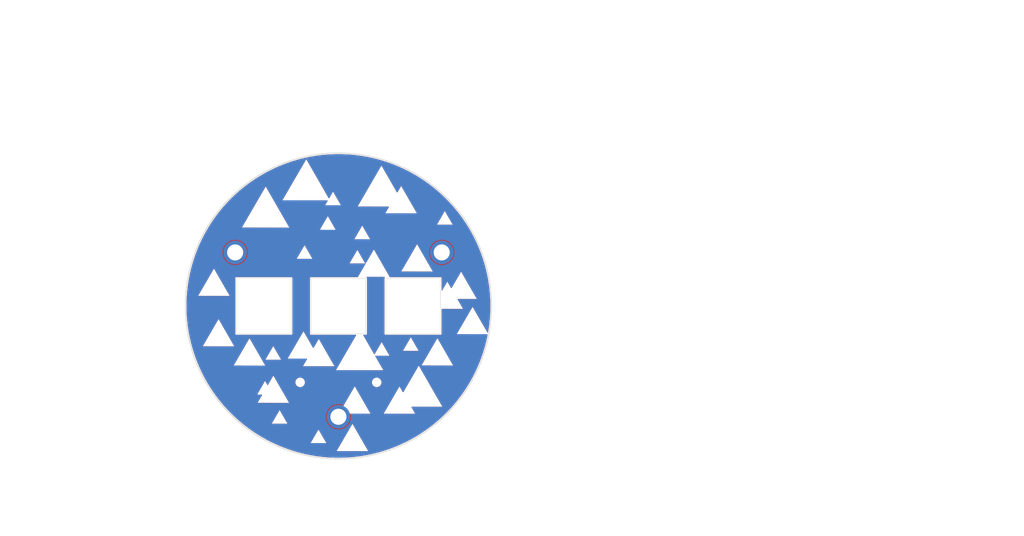
<source format=kicad_pcb>
(kicad_pcb (version 20221018) (generator pcbnew)
  (title_block (title "RP2040 Minimal Design Example") (date "2020-07-13") (rev "REV1") (company "Raspberry Pi (Trading) Ltd"))
  (layers (0 "F.Cu" signal) (31 "B.Cu" signal) (34 "B.Paste" user) (35 "F.Paste" user) (36 "B.SilkS" user "B.Silkscreen") (37 "F.SilkS" user "F.Silkscreen") (38 "B.Mask" user) (39 "F.Mask" user) (44 "Edge.Cuts" user))
  (net 0 "")
  (net 1 "GND")
  (footprint "Button_Switch_Keyboard:SW_Lekker_1.00u_Plate" (layer "F.Cu") (at 80.5 100)
    (fp_text reference "REF**" hide)
    (fp_text value "SW_Lekker_1.00u_Plate")
    (fp_rect (start -7.175 -7.25) (end 7.175 7.25) (stroke (width 0.12)) (fill none) (layer "Edge.Cuts"))
  )
  (footprint "Button_Switch_Keyboard:SW_Lekker_1.00u_Plate" (layer "F.Cu") (at 100 100)
    (fp_text reference "REF**" hide)
    (fp_text value "SW_Lekker_1.00u_Plate")
    (fp_rect (start -7.175 -7.25) (end 7.175 7.25) (stroke (width 0.12)) (fill none) (layer "Edge.Cuts"))
  )
  (footprint "MountingHole:pts647_tactile_switch_hole" (layer "F.Cu") (at 90 120)
    (fp_text reference "REF**" hide)
    (fp_text value "pts647_tactile_switch_hole" hide)
    (pad "" np_thru_hole circle (at 0 0) (size 2.3 2.3) (drill 2.3) (layers "F&B.Cu" "*.Mask"))
  )
  (footprint "Button_Switch_Keyboard:SW_Lekker_1.00u_Plate" (layer "F.Cu") (at 119.5 100)
    (fp_text reference "REF**" hide)
    (fp_text value "SW_Lekker_1.00u_Plate")
    (fp_rect (start -7.175 -7.25) (end 7.175 7.25) (stroke (width 0.12)) (fill none) (layer "Edge.Cuts"))
  )
  (footprint "MountingHole:pts647_tactile_switch_hole" (layer "F.Cu") (at 110 120)
    (fp_text reference "REF**" hide)
    (fp_text value "pts647_tactile_switch_hole" hide)
    (pad "" np_thru_hole circle (at 0 0) (size 2.3 2.3) (drill 2.3) (layers "F&B.Cu" "*.Mask"))
  )
  (footprint "MountingHole:M3_Threaded_Insert" (layer "B.Cu") (at 100 129 180)
    (fp_text reference "H3" (at 0 0.5 unlocked) (layer "B.SilkS") (effects (justify mirror)))
    (fp_text value "M3_Threaded_Insert")
    (pad "" np_thru_hole circle (at 0 0 180) (size 4.2 4.2) (drill 4.2) (layers "F&B.Cu" "*.Mask"))
    (pad "1" smd circle (at 0 0 180) (size 6.2 6.2) (layers "B.Cu" "B.Mask"))
  )
  (footprint "MountingHole:M3_Threaded_Insert" (layer "B.Cu") (at 127 86 180)
    (fp_text reference "H2" (at 0 0.5 unlocked) (layer "B.SilkS") (effects (justify mirror)))
    (fp_text value "M3_Threaded_Insert")
    (pad "" np_thru_hole circle (at 0 0 180) (size 4.2 4.2) (drill 4.2) (layers "F&B.Cu" "*.Mask"))
    (pad "1" smd circle (at 0 0 180) (size 6.2 6.2) (layers "B.Cu" "B.Mask"))
  )
  (footprint "MountingHole:M3_Threaded_Insert" (layer "B.Cu") (at 73 86 180)
    (fp_text reference "H1" (at 0 0.5 unlocked) (layer "B.SilkS") (effects (justify mirror)))
    (fp_text value "M3_Threaded_Insert")
    (pad "" np_thru_hole circle (at 0 0 180) (size 4.2 4.2) (drill 4.2) (layers "F&B.Cu" "*.Mask"))
    (pad "1" smd circle (at 0 0 180) (size 6.2 6.2) (layers "B.Cu" "B.Mask"))
  )
  (gr_circle (center 100 100) (end 140 100) (stroke (width 0.2)) (fill none) (layer "Edge.Cuts"))
  (zone (net 0) (net_name "") (layers "F&B.Cu") (connect_pads (clearance 0)) (min_thickness 0.25)
    (keepout (tracks not_allowed) (vias not_allowed) (pads not_allowed) (copperpour not_allowed) (footprints allowed))
    (fill (thermal_gap 0.5) (thermal_bridge_width 0.5))
    (polygon (pts (xy 127.810841 75.153867) (xy 125.73 78.74) (xy 129.876103 78.748995)))
  )
  (zone (net 0) (net_name "") (layers "F&B.Cu") (connect_pads (clearance 0)) (min_thickness 0.25)
    (keepout (tracks not_allowed) (vias not_allowed) (pads not_allowed) (copperpour not_allowed) (footprints allowed))
    (fill (thermal_gap 0.5) (thermal_bridge_width 0.5))
    (polygon (pts (xy 22.495944 41.412769) (xy 26.657626 34.240505) (xy 30.78815 41.430759)))
  )
  (zone (net 0) (net_name "") (layers "F&B.Cu") (connect_pads (clearance 0)) (min_thickness 0.25)
    (keepout (tracks not_allowed) (vias not_allowed) (pads not_allowed) (copperpour not_allowed) (footprints allowed))
    (fill (thermal_gap 0.5) (thermal_bridge_width 0.5))
    (polygon (pts (xy 80.820841 119.603867) (xy 78.74 123.19) (xy 82.886103 123.198995)))
  )
  (zone (net 0) (net_name "") (layers "F&B.Cu") (connect_pads (clearance 0)) (min_thickness 0.25)
    (keepout (tracks not_allowed) (vias not_allowed) (pads not_allowed) (copperpour not_allowed) (footprints allowed))
    (fill (thermal_gap 0.5) (thermal_bridge_width 0.5))
    (polygon (pts (xy 84.630841 127.223867) (xy 82.55 130.81) (xy 86.696103 130.818995)))
  )
  (zone (net 0) (net_name "") (layers "F&B.Cu") (connect_pads (clearance 0)) (min_thickness 0.25)
    (keepout (tracks not_allowed) (vias not_allowed) (pads not_allowed) (copperpour not_allowed) (footprints allowed))
    (fill (thermal_gap 0.5) (thermal_bridge_width 0.5))
    (polygon (pts (xy 97.224222 76.485116) (xy 95.143381 80.071249) (xy 99.289484 80.080244)))
  )
  (zone (net 0) (net_name "") (layers "F&B.Cu") (connect_pads (clearance 0)) (min_thickness 0.25)
    (keepout (tracks not_allowed) (vias not_allowed) (pads not_allowed) (copperpour not_allowed) (footprints allowed))
    (fill (thermal_gap 0.5) (thermal_bridge_width 0.5))
    (polygon (pts (xy 64.695944 42.212769) (xy 68.857626 35.040505) (xy 72.98815 42.230759)))
  )
  (zone (net 0) (net_name "") (layers "F&B.Cu") (connect_pads (clearance 0)) (min_thickness 0.25)
    (keepout (tracks not_allowed) (vias not_allowed) (pads not_allowed) (copperpour not_allowed) (footprints allowed))
    (fill (thermal_gap 0.5) (thermal_bridge_width 0.5))
    (polygon (pts (xy 198.594738 52.284872) (xy 196.513897 55.871005) (xy 200.66 55.88)))
  )
  (zone (net 0) (net_name "") (layers "F&B.Cu") (connect_pads (clearance 0)) (min_thickness 0.25)
    (keepout (tracks not_allowed) (vias not_allowed) (pads not_allowed) (copperpour not_allowed) (footprints allowed))
    (fill (thermal_gap 0.5) (thermal_bridge_width 0.5))
    (polygon (pts (xy 118.920841 108.173867) (xy 116.84 111.76) (xy 120.986103 111.768995)))
  )
  (zone (net 0) (net_name "") (layers "F&B.Cu") (connect_pads (clearance 0)) (min_thickness 0.25)
    (keepout (tracks not_allowed) (vias not_allowed) (pads not_allowed) (copperpour not_allowed) (footprints allowed))
    (fill (thermal_gap 0.5) (thermal_bridge_width 0.5))
    (polygon (pts (xy 44.015589 42.16402) (xy 52.338953 27.819492) (xy 60.6 42.2)))
  )
  (zone (net 0) (net_name "") (layers "F&B.Cu") (connect_pads (clearance 0)) (min_thickness 0.25)
    (keepout (tracks not_allowed) (vias not_allowed) (pads not_allowed) (copperpour not_allowed) (footprints allowed))
    (fill (thermal_gap 0.5) (thermal_bridge_width 0.5))
    (polygon (pts (xy 99.321691 116.813015) (xy 105.564214 106.054618) (xy 111.76 116.84)))
  )
  (zone (net 0) (net_name "") (layers "F&B.Cu") (connect_pads (clearance 0)) (min_thickness 0.25)
    (keepout (tracks not_allowed) (vias not_allowed) (pads not_allowed) (copperpour not_allowed) (footprints allowed))
    (fill (thermal_gap 0.5) (thermal_bridge_width 0.5))
    (polygon (pts (xy 21.372114 56.890007) (xy 27.614637 46.13161) (xy 33.810423 56.916992)))
  )
  (zone (net 0) (net_name "") (layers "F&B.Cu") (connect_pads (clearance 0)) (min_thickness 0.25)
    (keepout (tracks not_allowed) (vias not_allowed) (pads not_allowed) (copperpour not_allowed) (footprints allowed))
    (fill (thermal_gap 0.5) (thermal_bridge_width 0.5))
    (polygon (pts (xy 12.695944 57.012769) (xy 16.857626 49.840505) (xy 20.98815 57.030759)))
  )
  (zone (net 0) (net_name "") (layers "F&B.Cu") (connect_pads (clearance 0)) (min_thickness 0.25)
    (keepout (tracks not_allowed) (vias not_allowed) (pads not_allowed) (copperpour not_allowed) (footprints allowed))
    (fill (thermal_gap 0.5) (thermal_bridge_width 0.5))
    (polygon (pts (xy 86.707794 113.78201) (xy 90.869476 106.609746) (xy 95 113.8)))
  )
  (zone (net 0) (net_name "") (layers "F&B.Cu") (connect_pads (clearance 0)) (min_thickness 0.25)
    (keepout (tracks not_allowed) (vias not_allowed) (pads not_allowed) (copperpour not_allowed) (footprints allowed))
    (fill (thermal_gap 0.5) (thermal_bridge_width 0.5))
    (polygon (pts (xy 106.220841 78.963867) (xy 104.14 82.55) (xy 108.286103 82.558995)))
  )
  (zone (net 0) (net_name "") (layers "F&B.Cu") (connect_pads (clearance 0)) (min_thickness 0.25)
    (keepout (tracks not_allowed) (vias not_allowed) (pads not_allowed) (copperpour not_allowed) (footprints allowed))
    (fill (thermal_gap 0.5) (thermal_bridge_width 0.5))
    (polygon (pts (xy 94.790841 132.303867) (xy 92.71 135.89) (xy 96.856103 135.898995)))
  )
  (zone (net 0) (net_name "") (layers "F&B.Cu") (connect_pads (clearance 0)) (min_thickness 0.25)
    (keepout (tracks not_allowed) (vias not_allowed) (pads not_allowed) (copperpour not_allowed) (footprints allowed))
    (fill (thermal_gap 0.5) (thermal_bridge_width 0.5))
    (polygon (pts (xy 104.950841 85.313867) (xy 102.87 88.9) (xy 107.016103 88.908995)))
  )
  (zone (net 0) (net_name "") (layers "F&B.Cu") (connect_pads (clearance 0)) (min_thickness 0.25)
    (keepout (tracks not_allowed) (vias not_allowed) (pads not_allowed) (copperpour not_allowed) (footprints allowed))
    (fill (thermal_gap 0.5) (thermal_bridge_width 0.5))
    (polygon (pts (xy 34.215589 57.76402) (xy 42.538953 43.419492) (xy 50.8 57.8)))
  )
  (zone (net 0) (net_name "") (layers "F&B.Cu") (connect_pads (clearance 0)) (min_thickness 0.25)
    (keepout (tracks not_allowed) (vias not_allowed) (pads not_allowed) (copperpour not_allowed) (footprints allowed))
    (fill (thermal_gap 0.5) (thermal_bridge_width 0.5))
    (polygon (pts (xy 98.600841 70.073867) (xy 96.52 73.66) (xy 100.666103 73.668995)))
  )
  (zone (net 0) (net_name "") (layers "F&B.Cu") (connect_pads (clearance 0)) (min_thickness 0.25)
    (keepout (tracks not_allowed) (vias not_allowed) (pads not_allowed) (copperpour not_allowed) (footprints allowed))
    (fill (thermal_gap 0.5) (thermal_bridge_width 0.5))
    (polygon (pts (xy 92.250841 66.263867) (xy 90.17 69.85) (xy 94.316103 69.858995)))
  )
  (zone (net 0) (net_name "") (layers "F&B.Cu") (connect_pads (clearance 0)) (min_thickness 0.25)
    (keepout (tracks not_allowed) (vias not_allowed) (pads not_allowed) (copperpour not_allowed) (footprints allowed))
    (fill (thermal_gap 0.5) (thermal_bridge_width 0.5))
    (polygon (pts (xy 31.172114 41.290007) (xy 37.414637 30.53161) (xy 43.610423 41.316992)))
  )
  (zone (net 0) (net_name "") (layers "F&B.Cu") (connect_pads (clearance 0)) (min_thickness 0.25)
    (keepout (tracks not_allowed) (vias not_allowed) (pads not_allowed) (copperpour not_allowed) (footprints allowed))
    (fill (thermal_gap 0.5) (thermal_bridge_width 0.5))
    (polygon (pts (xy 111.300841 109.443867) (xy 109.22 113.03) (xy 113.366103 113.038995)))
  )
  (zone (net 0) (net_name "") (layers "F&B.Cu") (connect_pads (clearance 0)) (min_thickness 0.25)
    (keepout (tracks not_allowed) (vias not_allowed) (pads not_allowed) (copperpour not_allowed) (footprints allowed))
    (fill (thermal_gap 0.5) (thermal_bridge_width 0.5))
    (polygon (pts (xy 91.150841 84.083867) (xy 89.07 87.67) (xy 93.216103 87.678995)))
  )
  (zone (net 0) (net_name "") (layers "F&B.Cu") (connect_pads (clearance 0)) (min_thickness 0.25)
    (keepout (tracks not_allowed) (vias not_allowed) (pads not_allowed) (copperpour not_allowed) (footprints allowed))
    (fill (thermal_gap 0.5) (thermal_bridge_width 0.5))
    (polygon (pts (xy 203.674738 52.284872) (xy 201.593897 55.871005) (xy 205.74 55.88)))
  )
  (zone (net 0) (net_name "") (layers "F&B.Cu") (connect_pads (clearance 0)) (min_thickness 0.25)
    (keepout (tracks not_allowed) (vias not_allowed) (pads not_allowed) (copperpour not_allowed) (footprints allowed))
    (fill (thermal_gap 0.5) (thermal_bridge_width 0.5))
    (polygon (pts (xy 86.215589 42.96402) (xy 94.538953 28.619492) (xy 102.8 43)))
  )
  (zone (net 0) (net_name "") (layers "F&B.Cu") (connect_pads (clearance 0)) (min_thickness 0.25)
    (keepout (tracks not_allowed) (vias not_allowed) (pads not_allowed) (copperpour not_allowed) (footprints allowed))
    (fill (thermal_gap 0.5) (thermal_bridge_width 0.5))
    (polygon (pts (xy 85.351691 72.363015) (xy 91.594214 61.604618) (xy 97.79 72.39)))
  )
  (zone (net 0) (net_name "") (layers "F&B.Cu") (connect_pads (clearance 0)) (min_thickness 0.25)
    (keepout (tracks not_allowed) (vias not_allowed) (pads not_allowed) (copperpour not_allowed) (footprints allowed))
    (fill (thermal_gap 0.5) (thermal_bridge_width 0.5))
    (polygon (pts (xy 82.973047 110.49) (xy 80.892206 114.076133) (xy 85.038309 114.085128)))
  )
  (zone (net 0) (net_name "") (layers "F&B.Cu") (connect_pads (clearance 0)) (min_thickness 0.25)
    (keepout (tracks not_allowed) (vias not_allowed) (pads not_allowed) (copperpour not_allowed) (footprints allowed))
    (fill (thermal_gap 0.5) (thermal_bridge_width 0.5))
    (polygon (pts (xy 112.314488 43.849502) (xy 118.557011 33.091105) (xy 124.752797 43.876487)))
  )
  (zone (net 0) (net_name "") (layers "F&B.Cu") (connect_pads (clearance 0)) (min_thickness 0.25)
    (keepout (tracks not_allowed) (vias not_allowed) (pads not_allowed) (copperpour not_allowed) (footprints allowed))
    (fill (thermal_gap 0.5) (thermal_bridge_width 0.5))
    (polygon (pts (xy 124.307794 100.78201) (xy 128.469476 93.609746) (xy 132.6 100.8)))
  )
  (zone (net 1) (net_name "GND") (layers "F&B.Cu") (priority 1) (connect_pads (clearance 0.2)) (min_thickness 0.2) (fill yes (thermal_gap 0.3) (thermal_bridge_width 0.3))
    (polygon (pts (xy 144.67 145.16) (xy 57.89 144.39) (xy 56.8 56.69) (xy 143.92 57.05)))
  )
  (zone (net 0) (net_name "") (layers "F&B.Cu") (connect_pads (clearance 0)) (min_thickness 0.25)
    (keepout (tracks not_allowed) (vias not_allowed) (pads not_allowed) (copperpour not_allowed) (footprints allowed))
    (fill (thermal_gap 0.5) (thermal_bridge_width 0.5))
    (polygon (pts (xy 105.884738 110.704872) (xy 103.803897 114.291005) (xy 107.95 114.3)))
  )
  (zone (net 0) (net_name "") (layers "F&B.Cu") (connect_pads (clearance 0)) (min_thickness 0.25)
    (keepout (tracks not_allowed) (vias not_allowed) (pads not_allowed) (copperpour not_allowed) (footprints allowed))
    (fill (thermal_gap 0.5) (thermal_bridge_width 0.5))
    (polygon (pts (xy 112.238318 75.772264) (xy 116.4 68.6) (xy 120.530524 75.790254)))
  )
  (zone (net 0) (net_name "") (layers "F&B.Cu") (connect_pads (clearance 0)) (min_thickness 0.25)
    (keepout (tracks not_allowed) (vias not_allowed) (pads not_allowed) (copperpour not_allowed) (footprints allowed))
    (fill (thermal_gap 0.5) (thermal_bridge_width 0.5))
    (polygon (pts (xy 114.757477 126.358397) (xy 121 115.6) (xy 127.195786 126.385382)))
  )
  (zone (net 0) (net_name "") (layers "F&B.Cu") (connect_pads (clearance 0)) (min_thickness 0.25)
    (keepout (tracks not_allowed) (vias not_allowed) (pads not_allowed) (copperpour not_allowed) (footprints allowed))
    (fill (thermal_gap 0.5) (thermal_bridge_width 0.5))
    (polygon (pts (xy 193.514738 44.664872) (xy 191.433897 48.251005) (xy 195.58 48.26)))
  )
  (zone (net 0) (net_name "") (layers "F&B.Cu") (connect_pads (clearance 0)) (min_thickness 0.25)
    (keepout (tracks not_allowed) (vias not_allowed) (pads not_allowed) (copperpour not_allowed) (footprints allowed))
    (fill (thermal_gap 0.5) (thermal_bridge_width 0.5))
    (polygon (pts (xy 190.974738 48.474872) (xy 188.893897 52.061005) (xy 193.04 52.07)))
  )
  (zone (net 0) (net_name "") (layers "F&B.Cu") (connect_pads (clearance 0)) (min_thickness 0.25)
    (keepout (tracks not_allowed) (vias not_allowed) (pads not_allowed) (copperpour not_allowed) (footprints allowed))
    (fill (thermal_gap 0.5) (thermal_bridge_width 0.5))
    (polygon (pts (xy 198.594738 47.204872) (xy 196.513897 50.791005) (xy 200.66 50.8)))
  )
  (zone (net 0) (net_name "") (layers "F&B.Cu" "F.Mask") (connect_pads (clearance 0)) (min_thickness 0.25)
    (keepout (tracks not_allowed) (vias not_allowed) (pads not_allowed) (copperpour not_allowed) (footprints allowed))
    (fill (thermal_gap 0.5) (thermal_bridge_width 0.5))
    (polygon (pts (xy 105 74) (xy 111.242523 63.241603) (xy 117.438309 74.026985)))
  )
  (zone (net 0) (net_name "") (layers "F&B.Cu" "F.Mask") (connect_pads (clearance 0)) (min_thickness 0.25)
    (keepout (tracks not_allowed) (vias not_allowed) (pads not_allowed) (copperpour not_allowed) (footprints allowed))
    (fill (thermal_gap 0.5) (thermal_bridge_width 0.5))
    (polygon (pts (xy 116.4 91) (xy 120.561682 83.827736) (xy 124.692206 91.01799)))
  )
  (zone (net 0) (net_name "") (layers "F&B.Cu" "F.Mask") (connect_pads (clearance 0)) (min_thickness 0.25)
    (keepout (tracks not_allowed) (vias not_allowed) (pads not_allowed) (copperpour not_allowed) (footprints allowed))
    (fill (thermal_gap 0.5) (thermal_bridge_width 0.5))
    (polygon (pts (xy 227.625312 54.90166) (xy 235.948676 40.557132) (xy 244.209723 54.93764)))
  )
  (zone (net 0) (net_name "") (layers "F&B.Cu" "F.Mask") (connect_pads (clearance 0)) (min_thickness 0.25)
    (keepout (tracks not_allowed) (vias not_allowed) (pads not_allowed) (copperpour not_allowed) (footprints allowed))
    (fill (thermal_gap 0.5) (thermal_bridge_width 0.5))
    (polygon (pts (xy 243.561691 60.373015) (xy 249.804214 49.614618) (xy 256 60.4)))
  )
  (zone (net 0) (net_name "") (layers "F&B.Cu" "F.Mask") (connect_pads (clearance 0)) (min_thickness 0.25)
    (keepout (tracks not_allowed) (vias not_allowed) (pads not_allowed) (copperpour not_allowed) (footprints allowed))
    (fill (thermal_gap 0.5) (thermal_bridge_width 0.5))
    (polygon (pts (xy 111.8 128.2) (xy 115.961682 121.027736) (xy 120.092206 128.21799)))
  )
  (zone (net 0) (net_name "") (layers "F&B.Cu" "F.Mask") (connect_pads (clearance 0)) (min_thickness 0.25)
    (keepout (tracks not_allowed) (vias not_allowed) (pads not_allowed) (copperpour not_allowed) (footprints allowed))
    (fill (thermal_gap 0.5) (thermal_bridge_width 0.5))
    (polygon (pts (xy 64.507794 110.58201) (xy 68.669476 103.409746) (xy 72.8 110.6)))
  )
  (zone (net 0) (net_name "") (layers "F&B.Cu" "F.Mask") (connect_pads (clearance 0)) (min_thickness 0.25)
    (keepout (tracks not_allowed) (vias not_allowed) (pads not_allowed) (copperpour not_allowed) (footprints allowed))
    (fill (thermal_gap 0.5) (thermal_bridge_width 0.5))
    (polygon (pts (xy 72.6 115.6) (xy 76.761682 108.427736) (xy 80.892206 115.61799)))
  )
  (zone (net 0) (net_name "") (layers "F&B.Cu" "F.Mask") (connect_pads (clearance 0)) (min_thickness 0.25)
    (keepout (tracks not_allowed) (vias not_allowed) (pads not_allowed) (copperpour not_allowed) (footprints allowed))
    (fill (thermal_gap 0.5) (thermal_bridge_width 0.5))
    (polygon (pts (xy 74.751322 79.498738) (xy 80.993845 68.740341) (xy 87.189631 79.525723)))
  )
  (zone (net 0) (net_name "") (layers "F&B.Cu" "F.Mask") (connect_pads (clearance 0)) (min_thickness 0.25)
    (keepout (tracks not_allowed) (vias not_allowed) (pads not_allowed) (copperpour not_allowed) (footprints allowed))
    (fill (thermal_gap 0.5) (thermal_bridge_width 0.5))
    (polygon (pts (xy 160.506842 116.478523) (xy 168.830206 102.133995) (xy 177.091253 116.514503)))
  )
  (zone (net 0) (net_name "") (layers "F&B.Cu" "F.Mask") (connect_pads (clearance 0)) (min_thickness 0.25)
    (keepout (tracks not_allowed) (vias not_allowed) (pads not_allowed) (copperpour not_allowed) (footprints allowed))
    (fill (thermal_gap 0.5) (thermal_bridge_width 0.5))
    (polygon (pts (xy 121.707794 115.58201) (xy 125.869476 108.409746) (xy 130 115.6)))
  )
  (zone (net 0) (net_name "") (layers "F&B.Cu" "F.Mask") (connect_pads (clearance 0)) (min_thickness 0.25)
    (keepout (tracks not_allowed) (vias not_allowed) (pads not_allowed) (copperpour not_allowed) (footprints allowed))
    (fill (thermal_gap 0.5) (thermal_bridge_width 0.5))
    (polygon (pts (xy 78.838318 125.372264) (xy 83 118.2) (xy 87.130524 125.390254)))
  )
  (zone (net 0) (net_name "") (layers "F&B.Cu" "F.Mask") (connect_pads (clearance 0)) (min_thickness 0.25)
    (keepout (tracks not_allowed) (vias not_allowed) (pads not_allowed) (copperpour not_allowed) (footprints allowed))
    (fill (thermal_gap 0.5) (thermal_bridge_width 0.5))
    (polygon (pts (xy 127.907794 98.18201) (xy 132.069476 91.009746) (xy 136.2 98.2)))
  )
  (zone (net 0) (net_name "") (layers "F&B.Cu" "F.Mask") (connect_pads (clearance 0)) (min_thickness 0.25)
    (keepout (tracks not_allowed) (vias not_allowed) (pads not_allowed) (copperpour not_allowed) (footprints allowed))
    (fill (thermal_gap 0.5) (thermal_bridge_width 0.5))
    (polygon (pts (xy 165.825312 95.50166) (xy 174.148676 81.157132) (xy 182.409723 95.53764)))
  )
  (zone (net 0) (net_name "") (layers "F&B.Cu" "F.Mask") (connect_pads (clearance 0)) (min_thickness 0.25)
    (keepout (tracks not_allowed) (vias not_allowed) (pads not_allowed) (copperpour not_allowed) (footprints allowed))
    (fill (thermal_gap 0.5) (thermal_bridge_width 0.5))
    (polygon (pts (xy 130.907794 107.38201) (xy 135.069476 100.209746) (xy 139.2 107.4)))
  )
  (zone (net 0) (net_name "") (layers "F&B.Cu" "F.Mask") (connect_pads (clearance 0)) (min_thickness 0.25)
    (keepout (tracks not_allowed) (vias not_allowed) (pads not_allowed) (copperpour not_allowed) (footprints allowed))
    (fill (thermal_gap 0.5) (thermal_bridge_width 0.5))
    (polygon (pts (xy 100.107794 128.18201) (xy 104.269476 121.009746) (xy 108.4 128.2)))
  )
  (zone (net 0) (net_name "") (layers "F&B.Cu" "F.Mask") (connect_pads (clearance 0)) (min_thickness 0.25)
    (keepout (tracks not_allowed) (vias not_allowed) (pads not_allowed) (copperpour not_allowed) (footprints allowed))
    (fill (thermal_gap 0.5) (thermal_bridge_width 0.5))
    (polygon (pts (xy 105.107794 92.38201) (xy 109.269476 85.209746) (xy 113.4 92.4)))
  )
  (zone (net 0) (net_name "") (layers "F&B.Cu" "F.Mask") (connect_pads (clearance 0)) (min_thickness 0.25)
    (keepout (tracks not_allowed) (vias not_allowed) (pads not_allowed) (copperpour not_allowed) (footprints allowed))
    (fill (thermal_gap 0.5) (thermal_bridge_width 0.5))
    (polygon (pts (xy 192.188986 94.144439) (xy 200.51235 79.799911) (xy 208.773397 94.180419)))
  )
  (zone (net 0) (net_name "") (layers "F&B.Cu" "F.Mask") (connect_pads (clearance 0)) (min_thickness 0.25)
    (keepout (tracks not_allowed) (vias not_allowed) (pads not_allowed) (copperpour not_allowed) (footprints allowed))
    (fill (thermal_gap 0.5) (thermal_bridge_width 0.5))
    (polygon (pts (xy 63.307794 97.38201) (xy 67.469476 90.209746) (xy 71.6 97.4)))
  )
  (zone (net 0) (net_name "") (layers "F&B.Cu" "F.Mask") (connect_pads (clearance 0)) (min_thickness 0.25)
    (keepout (tracks not_allowed) (vias not_allowed) (pads not_allowed) (copperpour not_allowed) (footprints allowed))
    (fill (thermal_gap 0.5) (thermal_bridge_width 0.5))
    (polygon (pts (xy 178.225312 34.30166) (xy 186.548676 19.957132) (xy 194.809723 34.33764)))
  )
  (zone (net 0) (net_name "") (layers "F&B.Cu" "F.Mask") (connect_pads (clearance 0)) (min_thickness 0.25)
    (keepout (tracks not_allowed) (vias not_allowed) (pads not_allowed) (copperpour not_allowed) (footprints allowed))
    (fill (thermal_gap 0.5) (thermal_bridge_width 0.5))
    (polygon (pts (xy 11.537477 106.008397) (xy 17.78 95.25) (xy 23.975786 106.035382)))
  )
  (zone (net 0) (net_name "") (layers "F&B.Cu" "F.Mask") (connect_pads (clearance 0)) (min_thickness 0.25)
    (keepout (tracks not_allowed) (vias not_allowed) (pads not_allowed) (copperpour not_allowed) (footprints allowed))
    (fill (thermal_gap 0.5) (thermal_bridge_width 0.5))
    (polygon (pts (xy 99.507794 137.98201) (xy 103.669476 130.809746) (xy 107.8 138)))
  )
  (zone (net 0) (net_name "") (layers "F&B.Cu" "F.Mask") (connect_pads (clearance 0)) (min_thickness 0.25)
    (keepout (tracks not_allowed) (vias not_allowed) (pads not_allowed) (copperpour not_allowed) (footprints allowed))
    (fill (thermal_gap 0.5) (thermal_bridge_width 0.5))
    (polygon (pts (xy 90.707794 115.78201) (xy 94.869476 108.609746) (xy 99 115.8)))
  )
  (zone (net 0) (net_name "") (layers "F&B.Cu" "F.Mask") (connect_pads (clearance 0)) (min_thickness 0.25)
    (keepout (tracks not_allowed) (vias not_allowed) (pads not_allowed) (copperpour not_allowed) (footprints allowed))
    (fill (thermal_gap 0.5) (thermal_bridge_width 0.5))
    (polygon (pts (xy 204.825312 73.30166) (xy 213.148676 58.957132) (xy 221.409723 73.33764)))
  )
)
</source>
